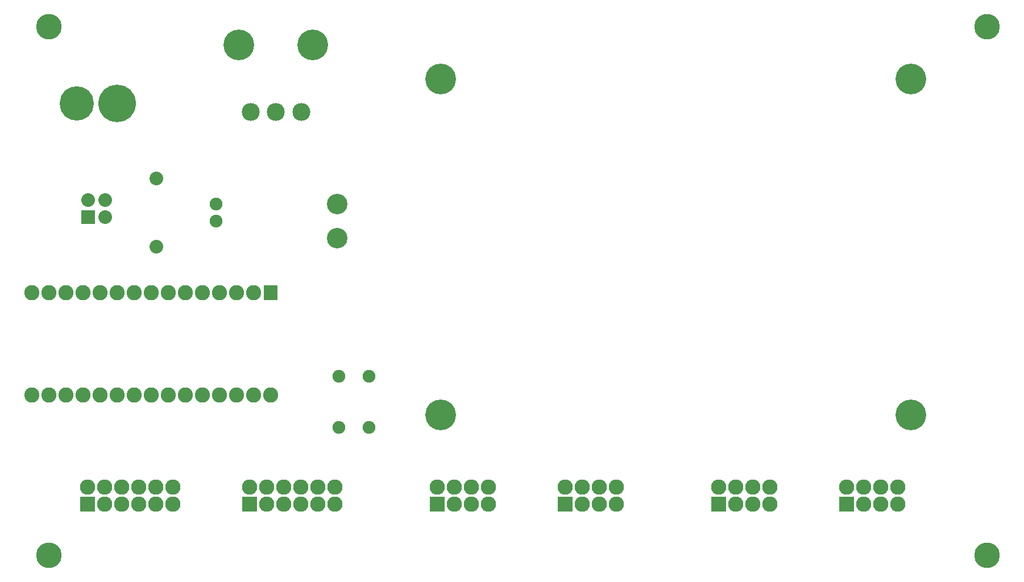
<source format=gbs>
G04 (created by PCBNEW-RS274X (2011-07-19)-testing) date Fri 05 Aug 2011 12:19:43 PM PDT*
G01*
G70*
G90*
%MOIN*%
G04 Gerber Fmt 3.4, Leading zero omitted, Abs format*
%FSLAX34Y34*%
G04 APERTURE LIST*
%ADD10C,0.006000*%
%ADD11C,0.150000*%
%ADD12C,0.180000*%
%ADD13C,0.080000*%
%ADD14C,0.075000*%
%ADD15C,0.105000*%
%ADD16C,0.120000*%
%ADD17R,0.080000X0.089000*%
%ADD18C,0.089000*%
%ADD19R,0.090000X0.090000*%
%ADD20C,0.090000*%
%ADD21R,0.080000X0.080000*%
%ADD22C,0.220000*%
%ADD23C,0.201100*%
G04 APERTURE END LIST*
G54D10*
G54D11*
X32000Y-14500D03*
X32000Y-45500D03*
X87000Y-45500D03*
X87000Y-14500D03*
G54D12*
X54970Y-17565D03*
X82530Y-37250D03*
X82530Y-17565D03*
X54970Y-37250D03*
G54D13*
X38300Y-27400D03*
X38300Y-23400D03*
G54D14*
X50750Y-38000D03*
X50750Y-35000D03*
X49000Y-38000D03*
X49000Y-35000D03*
G54D15*
X43820Y-19500D03*
X45300Y-19500D03*
X46780Y-19500D03*
G54D12*
X43130Y-15560D03*
X47470Y-15560D03*
G54D16*
X48900Y-26900D03*
X48900Y-24900D03*
G54D14*
X41800Y-24900D03*
X41800Y-25900D03*
G54D17*
X45000Y-30100D03*
G54D18*
X44000Y-30100D03*
X43000Y-30100D03*
X42000Y-30100D03*
X41000Y-30100D03*
X40000Y-30100D03*
X39000Y-30100D03*
X38000Y-30100D03*
X37000Y-30100D03*
X36000Y-30100D03*
X35000Y-30100D03*
X34000Y-30100D03*
X33000Y-30100D03*
X32000Y-30100D03*
X31000Y-30100D03*
X31000Y-36100D03*
X32000Y-36100D03*
X33000Y-36100D03*
X34000Y-36100D03*
X35000Y-36100D03*
X36000Y-36100D03*
X37000Y-36100D03*
X38000Y-36100D03*
X39000Y-36100D03*
X40000Y-36100D03*
X41000Y-36100D03*
X42000Y-36100D03*
X43000Y-36100D03*
X44000Y-36100D03*
X45000Y-36100D03*
G54D19*
X43750Y-42500D03*
G54D20*
X43750Y-41500D03*
X44750Y-42500D03*
X44750Y-41500D03*
X45750Y-42500D03*
X45750Y-41500D03*
X46750Y-42500D03*
X46750Y-41500D03*
X47750Y-42500D03*
X47750Y-41500D03*
X48750Y-42500D03*
X48750Y-41500D03*
G54D19*
X34250Y-42500D03*
G54D20*
X34250Y-41500D03*
X35250Y-42500D03*
X35250Y-41500D03*
X36250Y-42500D03*
X36250Y-41500D03*
X37250Y-42500D03*
X37250Y-41500D03*
X38250Y-42500D03*
X38250Y-41500D03*
X39250Y-42500D03*
X39250Y-41500D03*
G54D19*
X62250Y-42500D03*
G54D20*
X62250Y-41500D03*
X63250Y-42500D03*
X63250Y-41500D03*
X64250Y-42500D03*
X64250Y-41500D03*
X65250Y-42500D03*
X65250Y-41500D03*
G54D19*
X78750Y-42500D03*
G54D20*
X78750Y-41500D03*
X79750Y-42500D03*
X79750Y-41500D03*
X80750Y-42500D03*
X80750Y-41500D03*
X81750Y-42500D03*
X81750Y-41500D03*
G54D19*
X54750Y-42500D03*
G54D20*
X54750Y-41500D03*
X55750Y-42500D03*
X55750Y-41500D03*
X56750Y-42500D03*
X56750Y-41500D03*
X57750Y-42500D03*
X57750Y-41500D03*
G54D19*
X71250Y-42500D03*
G54D20*
X71250Y-41500D03*
X72250Y-42500D03*
X72250Y-41500D03*
X73250Y-42500D03*
X73250Y-41500D03*
X74250Y-42500D03*
X74250Y-41500D03*
G54D21*
X34300Y-25650D03*
G54D13*
X34300Y-24650D03*
X35300Y-25650D03*
X35300Y-24650D03*
G54D22*
X36000Y-19000D03*
G54D23*
X33638Y-19000D03*
M02*

</source>
